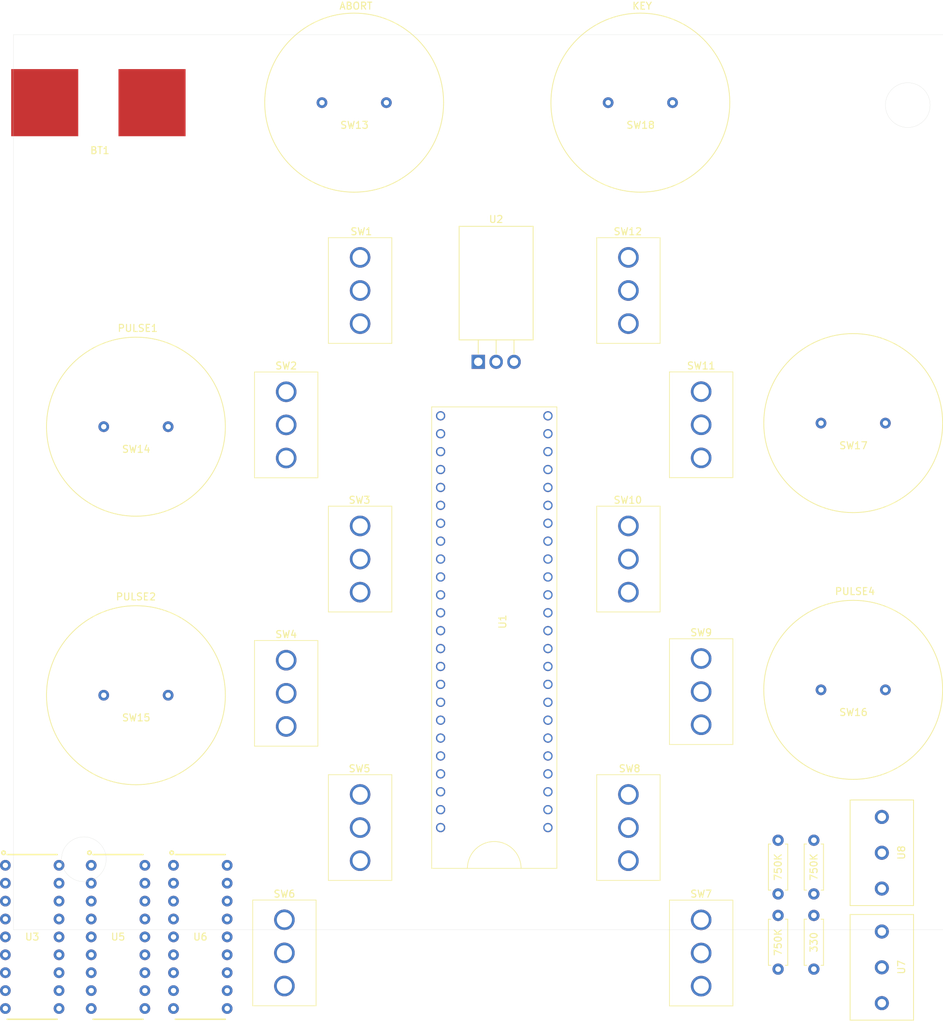
<source format=kicad_pcb>
(kicad_pcb (version 20171130) (host pcbnew "(5.1.9-0-10_14)")

  (general
    (thickness 1.6)
    (drawings 11)
    (tracks 0)
    (zones 0)
    (modules 30)
    (nets 60)
  )

  (page A4)
  (title_block
    (date 2020-09-20)
    (rev Launchbox)
    (company v01)
    (comment 4 "Author: Ankit Khandelwal")
  )

  (layers
    (0 F.Cu signal)
    (31 B.Cu signal)
    (32 B.Adhes user)
    (33 F.Adhes user)
    (34 B.Paste user)
    (35 F.Paste user)
    (36 B.SilkS user)
    (37 F.SilkS user)
    (38 B.Mask user)
    (39 F.Mask user)
    (40 Dwgs.User user)
    (41 Cmts.User user)
    (42 Eco1.User user)
    (43 Eco2.User user)
    (44 Edge.Cuts user hide)
    (45 Margin user)
    (46 B.CrtYd user)
    (47 F.CrtYd user)
    (48 B.Fab user)
    (49 F.Fab user)
  )

  (setup
    (last_trace_width 0.25)
    (user_trace_width 0.508)
    (trace_clearance 0.2)
    (zone_clearance 0.508)
    (zone_45_only no)
    (trace_min 0.2)
    (via_size 0.8)
    (via_drill 0.4)
    (via_min_size 0.4)
    (via_min_drill 0.3)
    (uvia_size 0.3)
    (uvia_drill 0.1)
    (uvias_allowed no)
    (uvia_min_size 0.2)
    (uvia_min_drill 0.1)
    (edge_width 0.05)
    (segment_width 0.2)
    (pcb_text_width 0.3)
    (pcb_text_size 1.5 1.5)
    (mod_edge_width 0.12)
    (mod_text_size 1 1)
    (mod_text_width 0.15)
    (pad_size 1.524 1.524)
    (pad_drill 0.762)
    (pad_to_mask_clearance 0.0508)
    (aux_axis_origin 0 0)
    (visible_elements 7FFFF7FF)
    (pcbplotparams
      (layerselection 0x010f0_ffffffff)
      (usegerberextensions false)
      (usegerberattributes false)
      (usegerberadvancedattributes false)
      (creategerberjobfile false)
      (excludeedgelayer true)
      (linewidth 0.100000)
      (plotframeref false)
      (viasonmask false)
      (mode 1)
      (useauxorigin false)
      (hpglpennumber 1)
      (hpglpenspeed 20)
      (hpglpendiameter 15.000000)
      (psnegative false)
      (psa4output false)
      (plotreference true)
      (plotvalue false)
      (plotinvisibletext false)
      (padsonsilk true)
      (subtractmaskfromsilk false)
      (outputformat 1)
      (mirror false)
      (drillshape 0)
      (scaleselection 1)
      (outputdirectory "gerbers/"))
  )

  (net 0 "")
  (net 1 GND)
  (net 2 "Net-(SW1-Pad1)")
  (net 3 "Net-(SW1-Pad3)")
  (net 4 "Net-(SW2-Pad1)")
  (net 5 "Net-(SW2-Pad3)")
  (net 6 "Net-(SW3-Pad3)")
  (net 7 "Net-(SW3-Pad1)")
  (net 8 "Net-(SW4-Pad1)")
  (net 9 "Net-(SW4-Pad3)")
  (net 10 "Net-(SW6-Pad1)")
  (net 11 "Net-(SW6-Pad3)")
  (net 12 "Net-(SW7-Pad3)")
  (net 13 "Net-(SW7-Pad1)")
  (net 14 "Net-(SW8-Pad1)")
  (net 15 "Net-(SW8-Pad3)")
  (net 16 "Net-(SW9-Pad3)")
  (net 17 "Net-(SW9-Pad1)")
  (net 18 "Net-(SW10-Pad3)")
  (net 19 "Net-(SW10-Pad1)")
  (net 20 "Net-(SW11-Pad1)")
  (net 21 "Net-(SW11-Pad3)")
  (net 22 "Net-(SW12-Pad1)")
  (net 23 "Net-(SW12-Pad3)")
  (net 24 "Net-(SW13-Pad1)")
  (net 25 "Net-(SW14-Pad2)")
  (net 26 "Net-(SW15-Pad2)")
  (net 27 "Net-(SW16-Pad2)")
  (net 28 "Net-(SW17-Pad2)")
  (net 29 "Net-(U1-Pad47)")
  (net 30 "Net-(U1-Pad33)")
  (net 31 "Net-(U1-Pad34)")
  (net 32 "Net-(U1-Pad13)")
  (net 33 "Net-(U1-Pad14)")
  (net 34 "Net-(U1-Pad15)")
  (net 35 "Net-(U1-Pad16)")
  (net 36 "Net-(U1-Pad17)")
  (net 37 "Net-(U1-Pad18)")
  (net 38 "Net-(U1-Pad19)")
  (net 39 "Net-(U1-Pad20)")
  (net 40 "Net-(U1-Pad21)")
  (net 41 "Net-(U1-Pad22)")
  (net 42 "Net-(U1-Pad23)")
  (net 43 "Net-(U1-Pad42)")
  (net 44 "Net-(U1-Pad41)")
  (net 45 "Net-(SW5-Pad1)")
  (net 46 "Net-(SW5-Pad3)")
  (net 47 "Net-(SW13-Pad2)")
  (net 48 VCC)
  (net 49 "Net-(R1-Pad2)")
  (net 50 "Net-(R1-Pad1)")
  (net 51 "Net-(R2-Pad2)")
  (net 52 "Net-(R2-Pad1)")
  (net 53 "Net-(R3-Pad2)")
  (net 54 "Net-(R3-Pad1)")
  (net 55 "Net-(R4-Pad2)")
  (net 56 "Net-(U3-Pad17)")
  (net 57 "Net-(U5-Pad17)")
  (net 58 "Net-(U6-Pad17)")
  (net 59 "Net-(U8-Pad3)")

  (net_class Default "This is the default net class."
    (clearance 0.2)
    (trace_width 0.25)
    (via_dia 0.8)
    (via_drill 0.4)
    (uvia_dia 0.3)
    (uvia_drill 0.1)
    (add_net GND)
    (add_net "Net-(R1-Pad1)")
    (add_net "Net-(R1-Pad2)")
    (add_net "Net-(R2-Pad1)")
    (add_net "Net-(R2-Pad2)")
    (add_net "Net-(R3-Pad1)")
    (add_net "Net-(R3-Pad2)")
    (add_net "Net-(R4-Pad2)")
    (add_net "Net-(SW1-Pad1)")
    (add_net "Net-(SW1-Pad3)")
    (add_net "Net-(SW10-Pad1)")
    (add_net "Net-(SW10-Pad3)")
    (add_net "Net-(SW11-Pad1)")
    (add_net "Net-(SW11-Pad3)")
    (add_net "Net-(SW12-Pad1)")
    (add_net "Net-(SW12-Pad3)")
    (add_net "Net-(SW13-Pad1)")
    (add_net "Net-(SW13-Pad2)")
    (add_net "Net-(SW14-Pad2)")
    (add_net "Net-(SW15-Pad2)")
    (add_net "Net-(SW16-Pad2)")
    (add_net "Net-(SW17-Pad2)")
    (add_net "Net-(SW2-Pad1)")
    (add_net "Net-(SW2-Pad3)")
    (add_net "Net-(SW3-Pad1)")
    (add_net "Net-(SW3-Pad3)")
    (add_net "Net-(SW4-Pad1)")
    (add_net "Net-(SW4-Pad3)")
    (add_net "Net-(SW5-Pad1)")
    (add_net "Net-(SW5-Pad3)")
    (add_net "Net-(SW6-Pad1)")
    (add_net "Net-(SW6-Pad3)")
    (add_net "Net-(SW7-Pad1)")
    (add_net "Net-(SW7-Pad3)")
    (add_net "Net-(SW8-Pad1)")
    (add_net "Net-(SW8-Pad3)")
    (add_net "Net-(SW9-Pad1)")
    (add_net "Net-(SW9-Pad3)")
    (add_net "Net-(U1-Pad13)")
    (add_net "Net-(U1-Pad14)")
    (add_net "Net-(U1-Pad15)")
    (add_net "Net-(U1-Pad16)")
    (add_net "Net-(U1-Pad17)")
    (add_net "Net-(U1-Pad18)")
    (add_net "Net-(U1-Pad19)")
    (add_net "Net-(U1-Pad20)")
    (add_net "Net-(U1-Pad21)")
    (add_net "Net-(U1-Pad22)")
    (add_net "Net-(U1-Pad23)")
    (add_net "Net-(U1-Pad33)")
    (add_net "Net-(U1-Pad34)")
    (add_net "Net-(U1-Pad41)")
    (add_net "Net-(U1-Pad42)")
    (add_net "Net-(U1-Pad47)")
    (add_net "Net-(U3-Pad17)")
    (add_net "Net-(U5-Pad17)")
    (add_net "Net-(U6-Pad17)")
    (add_net "Net-(U8-Pad3)")
    (add_net VCC)
  )

  (module Launchbox:Pushbutton (layer F.Cu) (tedit 6015C428) (tstamp 60161BB4)
    (at 163.068 90.678)
    (path /5F6D96EF)
    (fp_text reference SW17 (at 0.04064 3.19024) (layer F.SilkS)
      (effects (font (size 1 1) (thickness 0.15)))
    )
    (fp_text value SW_Push (at 0.0254 -3.6068) (layer F.Fab)
      (effects (font (size 1 1) (thickness 0.15)))
    )
    (fp_circle (center 0 0) (end 12.7 0) (layer F.SilkS) (width 0.12))
    (pad 2 thru_hole circle (at 4.572 0) (size 1.524 1.524) (drill 0.762) (layers *.Cu *.Mask)
      (net 28 "Net-(SW17-Pad2)"))
    (pad 1 thru_hole circle (at -4.572 0) (size 1.524 1.524) (drill 0.762) (layers *.Cu *.Mask)
      (net 24 "Net-(SW13-Pad1)"))
  )

  (module Package_TO_SOT_THT:TO-220F-3_Horizontal_TabDown (layer F.Cu) (tedit 5AC8BA0D) (tstamp 5F67F735)
    (at 109.822 81.982)
    (descr "TO-220F-3, Horizontal, RM 2.54mm, see http://www.st.com/resource/en/datasheet/stp20nm60.pdf")
    (tags "TO-220F-3 Horizontal RM 2.54mm")
    (path /5F667F69)
    (fp_text reference U2 (at 2.54 -20.22) (layer F.SilkS)
      (effects (font (size 1 1) (thickness 0.15)))
    )
    (fp_text value L7805 (at 2.54 2) (layer F.Fab)
      (effects (font (size 1 1) (thickness 0.15)))
    )
    (fp_line (start 7.92 -19.35) (end -2.84 -19.35) (layer F.CrtYd) (width 0.05))
    (fp_line (start 7.92 1.25) (end 7.92 -19.35) (layer F.CrtYd) (width 0.05))
    (fp_line (start -2.84 1.25) (end 7.92 1.25) (layer F.CrtYd) (width 0.05))
    (fp_line (start -2.84 -19.35) (end -2.84 1.25) (layer F.CrtYd) (width 0.05))
    (fp_line (start 5.08 -3.11) (end 5.08 -1.15) (layer F.SilkS) (width 0.12))
    (fp_line (start 2.54 -3.11) (end 2.54 -1.15) (layer F.SilkS) (width 0.12))
    (fp_line (start 0 -3.11) (end 0 -1.15) (layer F.SilkS) (width 0.12))
    (fp_line (start 7.79 -19.22) (end 7.79 -3.11) (layer F.SilkS) (width 0.12))
    (fp_line (start -2.71 -19.22) (end -2.71 -3.11) (layer F.SilkS) (width 0.12))
    (fp_line (start -2.71 -19.22) (end 7.79 -19.22) (layer F.SilkS) (width 0.12))
    (fp_line (start -2.71 -3.11) (end 7.79 -3.11) (layer F.SilkS) (width 0.12))
    (fp_line (start 5.08 -3.23) (end 5.08 0) (layer F.Fab) (width 0.1))
    (fp_line (start 2.54 -3.23) (end 2.54 0) (layer F.Fab) (width 0.1))
    (fp_line (start 0 -3.23) (end 0 0) (layer F.Fab) (width 0.1))
    (fp_line (start 7.67 -3.23) (end -2.59 -3.23) (layer F.Fab) (width 0.1))
    (fp_line (start 7.67 -12.42) (end 7.67 -3.23) (layer F.Fab) (width 0.1))
    (fp_line (start -2.59 -12.42) (end 7.67 -12.42) (layer F.Fab) (width 0.1))
    (fp_line (start -2.59 -3.23) (end -2.59 -12.42) (layer F.Fab) (width 0.1))
    (fp_line (start 7.67 -12.42) (end -2.59 -12.42) (layer F.Fab) (width 0.1))
    (fp_line (start 7.67 -19.1) (end 7.67 -12.42) (layer F.Fab) (width 0.1))
    (fp_line (start -2.59 -19.1) (end 7.67 -19.1) (layer F.Fab) (width 0.1))
    (fp_line (start -2.59 -12.42) (end -2.59 -19.1) (layer F.Fab) (width 0.1))
    (fp_circle (center 2.54 -15.8) (end 4.39 -15.8) (layer F.Fab) (width 0.1))
    (fp_text user %R (at 2.54 -20.22) (layer F.Fab)
      (effects (font (size 1 1) (thickness 0.15)))
    )
    (pad "" np_thru_hole oval (at 2.54 -15.8) (size 3.5 3.5) (drill 3.5) (layers *.Cu *.Mask))
    (pad 1 thru_hole rect (at 0 0) (size 1.905 2) (drill 1.2) (layers *.Cu *.Mask)
      (net 48 VCC))
    (pad 2 thru_hole oval (at 2.54 0) (size 1.905 2) (drill 1.2) (layers *.Cu *.Mask)
      (net 1 GND))
    (pad 3 thru_hole oval (at 5.08 0) (size 1.905 2) (drill 1.2) (layers *.Cu *.Mask)
      (net 24 "Net-(SW13-Pad1)"))
    (model ${KISYS3DMOD}/Package_TO_SOT_THT.3dshapes/TO-220F-3_Horizontal_TabDown.wrl
      (at (xyz 0 0 0))
      (scale (xyz 1 1 1))
      (rotate (xyz 0 0 0))
    )
  )

  (module Launchbox:SPDT_Slide_Switch (layer F.Cu) (tedit 6015C745) (tstamp 601618AA)
    (at 93.047 71.867 270)
    (path /5F604B13)
    (fp_text reference SW1 (at -8.367 -0.171 180) (layer F.SilkS)
      (effects (font (size 1 1) (thickness 0.15)))
    )
    (fp_text value SW_SPDT_MSM (at -0.239 -2.965 90) (layer F.Fab)
      (effects (font (size 1 1) (thickness 0.15)))
    )
    (fp_line (start 7.5 4.5) (end 7.5 -4.5) (layer F.SilkS) (width 0.1016))
    (fp_line (start -7.5 -4.5) (end 7.5 -4.5) (layer F.SilkS) (width 0.1016))
    (fp_line (start -7.5 4.5) (end -7.5 -4.5) (layer F.SilkS) (width 0.1016))
    (fp_line (start -7.5 4.5) (end 7.5 4.5) (layer F.SilkS) (width 0.1016))
    (pad 3 thru_hole circle (at 4.699 0 270) (size 2.921 2.921) (drill 2.159) (layers *.Cu *.Mask)
      (net 3 "Net-(SW1-Pad3)"))
    (pad 2 thru_hole circle (at 0 0 270) (size 2.921 2.921) (drill 2.159) (layers *.Cu *.Mask)
      (net 1 GND))
    (pad 1 thru_hole circle (at -4.699 0 270) (size 2.921 2.921) (drill 2.159) (layers *.Cu *.Mask)
      (net 2 "Net-(SW1-Pad1)"))
  )

  (module Resistor_THT:R_Axial_DIN0207_L6.3mm_D2.5mm_P7.62mm_Horizontal (layer F.Cu) (tedit 5AE5139B) (tstamp 601627FD)
    (at 157.48 168.148 90)
    (descr "Resistor, Axial_DIN0207 series, Axial, Horizontal, pin pitch=7.62mm, 0.25W = 1/4W, length*diameter=6.3*2.5mm^2, http://cdn-reichelt.de/documents/datenblatt/B400/1_4W%23YAG.pdf")
    (tags "Resistor Axial_DIN0207 series Axial Horizontal pin pitch 7.62mm 0.25W = 1/4W length 6.3mm diameter 2.5mm")
    (path /60394DF1)
    (fp_text reference 330 (at 3.81 0 90) (layer F.SilkS)
      (effects (font (size 1 1) (thickness 0.15)))
    )
    (fp_text value R_US (at 3.81 2.37 90) (layer F.Fab)
      (effects (font (size 1 1) (thickness 0.15)))
    )
    (fp_line (start 0.66 -1.25) (end 0.66 1.25) (layer F.Fab) (width 0.1))
    (fp_line (start 0.66 1.25) (end 6.96 1.25) (layer F.Fab) (width 0.1))
    (fp_line (start 6.96 1.25) (end 6.96 -1.25) (layer F.Fab) (width 0.1))
    (fp_line (start 6.96 -1.25) (end 0.66 -1.25) (layer F.Fab) (width 0.1))
    (fp_line (start 0 0) (end 0.66 0) (layer F.Fab) (width 0.1))
    (fp_line (start 7.62 0) (end 6.96 0) (layer F.Fab) (width 0.1))
    (fp_line (start 0.54 -1.04) (end 0.54 -1.37) (layer F.SilkS) (width 0.12))
    (fp_line (start 0.54 -1.37) (end 7.08 -1.37) (layer F.SilkS) (width 0.12))
    (fp_line (start 7.08 -1.37) (end 7.08 -1.04) (layer F.SilkS) (width 0.12))
    (fp_line (start 0.54 1.04) (end 0.54 1.37) (layer F.SilkS) (width 0.12))
    (fp_line (start 0.54 1.37) (end 7.08 1.37) (layer F.SilkS) (width 0.12))
    (fp_line (start 7.08 1.37) (end 7.08 1.04) (layer F.SilkS) (width 0.12))
    (fp_line (start -1.05 -1.5) (end -1.05 1.5) (layer F.CrtYd) (width 0.05))
    (fp_line (start -1.05 1.5) (end 8.67 1.5) (layer F.CrtYd) (width 0.05))
    (fp_line (start 8.67 1.5) (end 8.67 -1.5) (layer F.CrtYd) (width 0.05))
    (fp_line (start 8.67 -1.5) (end -1.05 -1.5) (layer F.CrtYd) (width 0.05))
    (fp_text user %R (at 3.81 0 90) (layer F.Fab)
      (effects (font (size 1 1) (thickness 0.15)))
    )
    (pad 2 thru_hole oval (at 7.62 0 90) (size 1.6 1.6) (drill 0.8) (layers *.Cu *.Mask)
      (net 55 "Net-(R4-Pad2)"))
    (pad 1 thru_hole circle (at 0 0 90) (size 1.6 1.6) (drill 0.8) (layers *.Cu *.Mask)
      (net 1 GND))
    (model ${KISYS3DMOD}/Resistor_THT.3dshapes/R_Axial_DIN0207_L6.3mm_D2.5mm_P7.62mm_Horizontal.wrl
      (at (xyz 0 0 0))
      (scale (xyz 1 1 1))
      (rotate (xyz 0 0 0))
    )
  )

  (module Resistor_THT:R_Axial_DIN0207_L6.3mm_D2.5mm_P7.62mm_Horizontal (layer F.Cu) (tedit 5AE5139B) (tstamp 601628E5)
    (at 152.4 168.148 90)
    (descr "Resistor, Axial_DIN0207 series, Axial, Horizontal, pin pitch=7.62mm, 0.25W = 1/4W, length*diameter=6.3*2.5mm^2, http://cdn-reichelt.de/documents/datenblatt/B400/1_4W%23YAG.pdf")
    (tags "Resistor Axial_DIN0207 series Axial Horizontal pin pitch 7.62mm 0.25W = 1/4W length 6.3mm diameter 2.5mm")
    (path /602D2FBA)
    (fp_text reference 750K (at 3.81 0 90) (layer F.SilkS)
      (effects (font (size 1 1) (thickness 0.15)))
    )
    (fp_text value R_US (at 3.81 -2.286 90) (layer F.Fab)
      (effects (font (size 1 1) (thickness 0.15)))
    )
    (fp_line (start 0.66 -1.25) (end 0.66 1.25) (layer F.Fab) (width 0.1))
    (fp_line (start 0.66 1.25) (end 6.96 1.25) (layer F.Fab) (width 0.1))
    (fp_line (start 6.96 1.25) (end 6.96 -1.25) (layer F.Fab) (width 0.1))
    (fp_line (start 6.96 -1.25) (end 0.66 -1.25) (layer F.Fab) (width 0.1))
    (fp_line (start 0 0) (end 0.66 0) (layer F.Fab) (width 0.1))
    (fp_line (start 7.62 0) (end 6.96 0) (layer F.Fab) (width 0.1))
    (fp_line (start 0.54 -1.04) (end 0.54 -1.37) (layer F.SilkS) (width 0.12))
    (fp_line (start 0.54 -1.37) (end 7.08 -1.37) (layer F.SilkS) (width 0.12))
    (fp_line (start 7.08 -1.37) (end 7.08 -1.04) (layer F.SilkS) (width 0.12))
    (fp_line (start 0.54 1.04) (end 0.54 1.37) (layer F.SilkS) (width 0.12))
    (fp_line (start 0.54 1.37) (end 7.08 1.37) (layer F.SilkS) (width 0.12))
    (fp_line (start 7.08 1.37) (end 7.08 1.04) (layer F.SilkS) (width 0.12))
    (fp_line (start -1.05 -1.5) (end -1.05 1.5) (layer F.CrtYd) (width 0.05))
    (fp_line (start -1.05 1.5) (end 8.67 1.5) (layer F.CrtYd) (width 0.05))
    (fp_line (start 8.67 1.5) (end 8.67 -1.5) (layer F.CrtYd) (width 0.05))
    (fp_line (start 8.67 -1.5) (end -1.05 -1.5) (layer F.CrtYd) (width 0.05))
    (fp_text user %R (at 3.81 0 90) (layer F.Fab)
      (effects (font (size 1 1) (thickness 0.15)))
    )
    (pad 2 thru_hole oval (at 7.62 0 90) (size 1.6 1.6) (drill 0.8) (layers *.Cu *.Mask)
      (net 53 "Net-(R3-Pad2)"))
    (pad 1 thru_hole circle (at 0 0 90) (size 1.6 1.6) (drill 0.8) (layers *.Cu *.Mask)
      (net 54 "Net-(R3-Pad1)"))
    (model ${KISYS3DMOD}/Resistor_THT.3dshapes/R_Axial_DIN0207_L6.3mm_D2.5mm_P7.62mm_Horizontal.wrl
      (at (xyz 0 0 0))
      (scale (xyz 1 1 1))
      (rotate (xyz 0 0 0))
    )
  )

  (module Resistor_THT:R_Axial_DIN0207_L6.3mm_D2.5mm_P7.62mm_Horizontal (layer F.Cu) (tedit 5AE5139B) (tstamp 60162735)
    (at 157.48 157.48 90)
    (descr "Resistor, Axial_DIN0207 series, Axial, Horizontal, pin pitch=7.62mm, 0.25W = 1/4W, length*diameter=6.3*2.5mm^2, http://cdn-reichelt.de/documents/datenblatt/B400/1_4W%23YAG.pdf")
    (tags "Resistor Axial_DIN0207 series Axial Horizontal pin pitch 7.62mm 0.25W = 1/4W length 6.3mm diameter 2.5mm")
    (path /6023ECFC)
    (fp_text reference 750K (at 3.81 0 90) (layer F.SilkS)
      (effects (font (size 1 1) (thickness 0.15)))
    )
    (fp_text value R_US (at 3.81 2.37 90) (layer F.Fab)
      (effects (font (size 1 1) (thickness 0.15)))
    )
    (fp_line (start 0.66 -1.25) (end 0.66 1.25) (layer F.Fab) (width 0.1))
    (fp_line (start 0.66 1.25) (end 6.96 1.25) (layer F.Fab) (width 0.1))
    (fp_line (start 6.96 1.25) (end 6.96 -1.25) (layer F.Fab) (width 0.1))
    (fp_line (start 6.96 -1.25) (end 0.66 -1.25) (layer F.Fab) (width 0.1))
    (fp_line (start 0 0) (end 0.66 0) (layer F.Fab) (width 0.1))
    (fp_line (start 7.62 0) (end 6.96 0) (layer F.Fab) (width 0.1))
    (fp_line (start 0.54 -1.04) (end 0.54 -1.37) (layer F.SilkS) (width 0.12))
    (fp_line (start 0.54 -1.37) (end 7.08 -1.37) (layer F.SilkS) (width 0.12))
    (fp_line (start 7.08 -1.37) (end 7.08 -1.04) (layer F.SilkS) (width 0.12))
    (fp_line (start 0.54 1.04) (end 0.54 1.37) (layer F.SilkS) (width 0.12))
    (fp_line (start 0.54 1.37) (end 7.08 1.37) (layer F.SilkS) (width 0.12))
    (fp_line (start 7.08 1.37) (end 7.08 1.04) (layer F.SilkS) (width 0.12))
    (fp_line (start -1.05 -1.5) (end -1.05 1.5) (layer F.CrtYd) (width 0.05))
    (fp_line (start -1.05 1.5) (end 8.67 1.5) (layer F.CrtYd) (width 0.05))
    (fp_line (start 8.67 1.5) (end 8.67 -1.5) (layer F.CrtYd) (width 0.05))
    (fp_line (start 8.67 -1.5) (end -1.05 -1.5) (layer F.CrtYd) (width 0.05))
    (fp_text user %R (at 3.81 0 90) (layer F.Fab)
      (effects (font (size 1 1) (thickness 0.15)))
    )
    (pad 2 thru_hole oval (at 7.62 0 90) (size 1.6 1.6) (drill 0.8) (layers *.Cu *.Mask)
      (net 51 "Net-(R2-Pad2)"))
    (pad 1 thru_hole circle (at 0 0 90) (size 1.6 1.6) (drill 0.8) (layers *.Cu *.Mask)
      (net 52 "Net-(R2-Pad1)"))
    (model ${KISYS3DMOD}/Resistor_THT.3dshapes/R_Axial_DIN0207_L6.3mm_D2.5mm_P7.62mm_Horizontal.wrl
      (at (xyz 0 0 0))
      (scale (xyz 1 1 1))
      (rotate (xyz 0 0 0))
    )
  )

  (module Resistor_THT:R_Axial_DIN0207_L6.3mm_D2.5mm_P7.62mm_Horizontal (layer F.Cu) (tedit 5AE5139B) (tstamp 6016266D)
    (at 152.4 149.86 270)
    (descr "Resistor, Axial_DIN0207 series, Axial, Horizontal, pin pitch=7.62mm, 0.25W = 1/4W, length*diameter=6.3*2.5mm^2, http://cdn-reichelt.de/documents/datenblatt/B400/1_4W%23YAG.pdf")
    (tags "Resistor Axial_DIN0207 series Axial Horizontal pin pitch 7.62mm 0.25W = 1/4W length 6.3mm diameter 2.5mm")
    (path /602634CC)
    (fp_text reference 750K (at 3.81 0 90) (layer F.SilkS)
      (effects (font (size 1 1) (thickness 0.15)))
    )
    (fp_text value R_US (at 3.81 2.37 90) (layer F.Fab)
      (effects (font (size 1 1) (thickness 0.15)))
    )
    (fp_line (start 0.66 -1.25) (end 0.66 1.25) (layer F.Fab) (width 0.1))
    (fp_line (start 0.66 1.25) (end 6.96 1.25) (layer F.Fab) (width 0.1))
    (fp_line (start 6.96 1.25) (end 6.96 -1.25) (layer F.Fab) (width 0.1))
    (fp_line (start 6.96 -1.25) (end 0.66 -1.25) (layer F.Fab) (width 0.1))
    (fp_line (start 0 0) (end 0.66 0) (layer F.Fab) (width 0.1))
    (fp_line (start 7.62 0) (end 6.96 0) (layer F.Fab) (width 0.1))
    (fp_line (start 0.54 -1.04) (end 0.54 -1.37) (layer F.SilkS) (width 0.12))
    (fp_line (start 0.54 -1.37) (end 7.08 -1.37) (layer F.SilkS) (width 0.12))
    (fp_line (start 7.08 -1.37) (end 7.08 -1.04) (layer F.SilkS) (width 0.12))
    (fp_line (start 0.54 1.04) (end 0.54 1.37) (layer F.SilkS) (width 0.12))
    (fp_line (start 0.54 1.37) (end 7.08 1.37) (layer F.SilkS) (width 0.12))
    (fp_line (start 7.08 1.37) (end 7.08 1.04) (layer F.SilkS) (width 0.12))
    (fp_line (start -1.05 -1.5) (end -1.05 1.5) (layer F.CrtYd) (width 0.05))
    (fp_line (start -1.05 1.5) (end 8.67 1.5) (layer F.CrtYd) (width 0.05))
    (fp_line (start 8.67 1.5) (end 8.67 -1.5) (layer F.CrtYd) (width 0.05))
    (fp_line (start 8.67 -1.5) (end -1.05 -1.5) (layer F.CrtYd) (width 0.05))
    (fp_text user %R (at 3.81 0 90) (layer F.Fab)
      (effects (font (size 1 1) (thickness 0.15)))
    )
    (pad 2 thru_hole oval (at 7.62 0 270) (size 1.6 1.6) (drill 0.8) (layers *.Cu *.Mask)
      (net 49 "Net-(R1-Pad2)"))
    (pad 1 thru_hole circle (at 0 0 270) (size 1.6 1.6) (drill 0.8) (layers *.Cu *.Mask)
      (net 50 "Net-(R1-Pad1)"))
    (model ${KISYS3DMOD}/Resistor_THT.3dshapes/R_Axial_DIN0207_L6.3mm_D2.5mm_P7.62mm_Horizontal.wrl
      (at (xyz 0 0 0))
      (scale (xyz 1 1 1))
      (rotate (xyz 0 0 0))
    )
  )

  (module Launchbox:HT12E (layer F.Cu) (tedit 60156723) (tstamp 60162452)
    (at 58.674 163.576 270)
    (path /6039C81C)
    (fp_text reference U5 (at 0 0 180) (layer F.SilkS)
      (effects (font (size 1 1) (thickness 0.15)))
    )
    (fp_text value HT12E (at 1.778 -0.254 180) (layer F.Fab)
      (effects (font (size 1 1) (thickness 0.15)))
    )
    (fp_arc (start -11.684 0) (end -11.684 -1.27) (angle 180) (layer F.Fab) (width 0.1016))
    (fp_line (start 11.684 3.556) (end 11.684 -3.556) (layer F.Fab) (width 0.1016))
    (fp_line (start -11.684 3.556) (end -11.684 -3.556) (layer F.Fab) (width 0.1016))
    (fp_line (start 11.684 3.556) (end -11.684 3.556) (layer F.Fab) (width 0.1016))
    (fp_line (start 11.684 -3.556) (end -11.684 -3.556) (layer F.Fab) (width 0.1016))
    (fp_line (start -11.684 -3.556) (end -11.684 3.556) (layer F.SilkS) (width 0.2032))
    (fp_line (start 11.684 -3.556) (end 11.684 3.556) (layer F.SilkS) (width 0.2032))
    (fp_circle (center -11.938 4.064) (end -11.684 4.064) (layer F.SilkS) (width 0.2032))
    (pad 17 thru_hole circle (at -7.62 -3.81 270) (size 1.524 1.524) (drill 0.762) (layers *.Cu *.Mask)
      (net 57 "Net-(U5-Pad17)"))
    (pad 12 thru_hole circle (at 5.08 -3.81 270) (size 1.524 1.524) (drill 0.762) (layers *.Cu *.Mask)
      (net 36 "Net-(U1-Pad17)"))
    (pad 11 thru_hole circle (at 7.62 -3.81 270) (size 1.524 1.524) (drill 0.762) (layers *.Cu *.Mask)
      (net 37 "Net-(U1-Pad18)"))
    (pad 18 thru_hole circle (at -10.16 -3.81 270) (size 1.524 1.524) (drill 0.762) (layers *.Cu *.Mask)
      (net 48 VCC))
    (pad 16 thru_hole circle (at -5.08 -3.81 270) (size 1.524 1.524) (drill 0.762) (layers *.Cu *.Mask)
      (net 52 "Net-(R2-Pad1)"))
    (pad 13 thru_hole circle (at 2.54 -3.81 270) (size 1.524 1.524) (drill 0.762) (layers *.Cu *.Mask)
      (net 35 "Net-(U1-Pad16)"))
    (pad 14 thru_hole circle (at 0 -3.81 270) (size 1.524 1.524) (drill 0.762) (layers *.Cu *.Mask)
      (net 1 GND))
    (pad 15 thru_hole circle (at -2.54 -3.81 270) (size 1.524 1.524) (drill 0.762) (layers *.Cu *.Mask)
      (net 51 "Net-(R2-Pad2)"))
    (pad 10 thru_hole circle (at 10.16 -3.81 270) (size 1.524 1.524) (drill 0.762) (layers *.Cu *.Mask)
      (net 38 "Net-(U1-Pad19)"))
    (pad 9 thru_hole circle (at 10.16 3.81 270) (size 1.524 1.524) (drill 0.762) (layers *.Cu *.Mask)
      (net 1 GND))
    (pad 8 thru_hole circle (at 7.62 3.81 270) (size 1.524 1.524) (drill 0.762) (layers *.Cu *.Mask)
      (net 1 GND))
    (pad 7 thru_hole circle (at 5.08 3.81 270) (size 1.524 1.524) (drill 0.762) (layers *.Cu *.Mask)
      (net 1 GND))
    (pad 6 thru_hole circle (at 2.54 3.81 270) (size 1.524 1.524) (drill 0.762) (layers *.Cu *.Mask)
      (net 1 GND))
    (pad 5 thru_hole circle (at 0 3.81 270) (size 1.524 1.524) (drill 0.762) (layers *.Cu *.Mask)
      (net 1 GND))
    (pad 4 thru_hole circle (at -2.54 3.81 270) (size 1.524 1.524) (drill 0.762) (layers *.Cu *.Mask)
      (net 1 GND))
    (pad 3 thru_hole circle (at -5.08 3.81 270) (size 1.524 1.524) (drill 0.762) (layers *.Cu *.Mask)
      (net 1 GND))
    (pad 2 thru_hole circle (at -7.62 3.81 270) (size 1.524 1.524) (drill 0.762) (layers *.Cu *.Mask)
      (net 1 GND))
    (pad 1 thru_hole circle (at -10.16 3.81 270) (size 1.524 1.524) (drill 0.762) (layers *.Cu *.Mask)
      (net 1 GND))
  )

  (module Launchbox:HT12E (layer F.Cu) (tedit 60156723) (tstamp 6015CE28)
    (at 46.482 163.576 270)
    (path /60317FE6)
    (fp_text reference U3 (at 0 0 180) (layer F.SilkS)
      (effects (font (size 1 1) (thickness 0.15)))
    )
    (fp_text value HT12E (at 1.778 0 180) (layer F.Fab)
      (effects (font (size 1 1) (thickness 0.15)))
    )
    (fp_arc (start -11.684 0) (end -11.684 -1.27) (angle 180) (layer F.Fab) (width 0.1016))
    (fp_line (start 11.684 3.556) (end 11.684 -3.556) (layer F.Fab) (width 0.1016))
    (fp_line (start -11.684 3.556) (end -11.684 -3.556) (layer F.Fab) (width 0.1016))
    (fp_line (start 11.684 3.556) (end -11.684 3.556) (layer F.Fab) (width 0.1016))
    (fp_line (start 11.684 -3.556) (end -11.684 -3.556) (layer F.Fab) (width 0.1016))
    (fp_line (start -11.684 -3.556) (end -11.684 3.556) (layer F.SilkS) (width 0.2032))
    (fp_line (start 11.684 -3.556) (end 11.684 3.556) (layer F.SilkS) (width 0.2032))
    (fp_circle (center -11.938 4.064) (end -11.684 4.064) (layer F.SilkS) (width 0.2032))
    (pad 17 thru_hole circle (at -7.62 -3.81 270) (size 1.524 1.524) (drill 0.762) (layers *.Cu *.Mask)
      (net 56 "Net-(U3-Pad17)"))
    (pad 12 thru_hole circle (at 5.08 -3.81 270) (size 1.524 1.524) (drill 0.762) (layers *.Cu *.Mask)
      (net 40 "Net-(U1-Pad21)"))
    (pad 11 thru_hole circle (at 7.62 -3.81 270) (size 1.524 1.524) (drill 0.762) (layers *.Cu *.Mask)
      (net 41 "Net-(U1-Pad22)"))
    (pad 18 thru_hole circle (at -10.16 -3.81 270) (size 1.524 1.524) (drill 0.762) (layers *.Cu *.Mask)
      (net 48 VCC))
    (pad 16 thru_hole circle (at -5.08 -3.81 270) (size 1.524 1.524) (drill 0.762) (layers *.Cu *.Mask)
      (net 50 "Net-(R1-Pad1)"))
    (pad 13 thru_hole circle (at 2.54 -3.81 270) (size 1.524 1.524) (drill 0.762) (layers *.Cu *.Mask)
      (net 39 "Net-(U1-Pad20)"))
    (pad 14 thru_hole circle (at 0 -3.81 270) (size 1.524 1.524) (drill 0.762) (layers *.Cu *.Mask)
      (net 1 GND))
    (pad 15 thru_hole circle (at -2.54 -3.81 270) (size 1.524 1.524) (drill 0.762) (layers *.Cu *.Mask)
      (net 49 "Net-(R1-Pad2)"))
    (pad 10 thru_hole circle (at 10.16 -3.81 270) (size 1.524 1.524) (drill 0.762) (layers *.Cu *.Mask)
      (net 42 "Net-(U1-Pad23)"))
    (pad 9 thru_hole circle (at 10.16 3.81 270) (size 1.524 1.524) (drill 0.762) (layers *.Cu *.Mask)
      (net 1 GND))
    (pad 8 thru_hole circle (at 7.62 3.81 270) (size 1.524 1.524) (drill 0.762) (layers *.Cu *.Mask)
      (net 1 GND))
    (pad 7 thru_hole circle (at 5.08 3.81 270) (size 1.524 1.524) (drill 0.762) (layers *.Cu *.Mask)
      (net 1 GND))
    (pad 6 thru_hole circle (at 2.54 3.81 270) (size 1.524 1.524) (drill 0.762) (layers *.Cu *.Mask)
      (net 1 GND))
    (pad 5 thru_hole circle (at 0 3.81 270) (size 1.524 1.524) (drill 0.762) (layers *.Cu *.Mask)
      (net 1 GND))
    (pad 4 thru_hole circle (at -2.54 3.81 270) (size 1.524 1.524) (drill 0.762) (layers *.Cu *.Mask)
      (net 1 GND))
    (pad 3 thru_hole circle (at -5.08 3.81 270) (size 1.524 1.524) (drill 0.762) (layers *.Cu *.Mask)
      (net 1 GND))
    (pad 2 thru_hole circle (at -7.62 3.81 270) (size 1.524 1.524) (drill 0.762) (layers *.Cu *.Mask)
      (net 1 GND))
    (pad 1 thru_hole circle (at -10.16 3.81 270) (size 1.524 1.524) (drill 0.762) (layers *.Cu *.Mask)
      (net 1 GND))
  )

  (module Launchbox:Lipo_Battery_Connector (layer F.Cu) (tedit 5F641BA3) (tstamp 5F67F62E)
    (at 55.88 45.212)
    (path /5F6591D9)
    (fp_text reference BT1 (at 0.21 6.78) (layer F.SilkS)
      (effects (font (size 1 1) (thickness 0.15)))
    )
    (fp_text value Battery_Cell (at 0.08 -7.69) (layer F.Fab)
      (effects (font (size 1 1) (thickness 0.15)))
    )
    (pad 2 smd rect (at 7.62 0) (size 9.525 9.525) (layers F.Cu F.Paste F.Mask)
      (net 1 GND))
    (pad 1 smd rect (at -7.62 0) (size 9.525 9.525) (layers F.Cu F.Paste F.Mask)
      (net 48 VCC))
  )

  (module Launchbox:SPDT_Slide_Switch (layer F.Cu) (tedit 6015C745) (tstamp 6016178F)
    (at 82.296 165.847 270)
    (path /5F64A31F)
    (fp_text reference SW6 (at -8.367 0 180) (layer F.SilkS)
      (effects (font (size 1 1) (thickness 0.15)))
    )
    (fp_text value SW_SPDT_MSM (at -0.0254 -3.048 90) (layer F.Fab)
      (effects (font (size 1 1) (thickness 0.15)))
    )
    (fp_line (start 7.5 4.5) (end 7.5 -4.5) (layer F.SilkS) (width 0.1016))
    (fp_line (start -7.5 -4.5) (end 7.5 -4.5) (layer F.SilkS) (width 0.1016))
    (fp_line (start -7.5 4.5) (end -7.5 -4.5) (layer F.SilkS) (width 0.1016))
    (fp_line (start -7.5 4.5) (end 7.5 4.5) (layer F.SilkS) (width 0.1016))
    (pad 3 thru_hole circle (at 4.699 0 270) (size 2.921 2.921) (drill 2.159) (layers *.Cu *.Mask)
      (net 11 "Net-(SW6-Pad3)"))
    (pad 2 thru_hole circle (at 0 0 270) (size 2.921 2.921) (drill 2.159) (layers *.Cu *.Mask)
      (net 1 GND))
    (pad 1 thru_hole circle (at -4.699 0 270) (size 2.921 2.921) (drill 2.159) (layers *.Cu *.Mask)
      (net 10 "Net-(SW6-Pad1)"))
  )

  (module Launchbox:SPDT_Slide_Switch (layer F.Cu) (tedit 6015C745) (tstamp 60161629)
    (at 131.147 71.867 270)
    (path /5F64A902)
    (fp_text reference SW12 (at -8.367 0.083 180) (layer F.SilkS)
      (effects (font (size 1 1) (thickness 0.15)))
    )
    (fp_text value SW_SPDT_MSM (at -0.0254 -3.219 90) (layer F.Fab)
      (effects (font (size 1 1) (thickness 0.15)))
    )
    (fp_line (start 7.5 4.5) (end 7.5 -4.5) (layer F.SilkS) (width 0.1016))
    (fp_line (start -7.5 -4.5) (end 7.5 -4.5) (layer F.SilkS) (width 0.1016))
    (fp_line (start -7.5 4.5) (end -7.5 -4.5) (layer F.SilkS) (width 0.1016))
    (fp_line (start -7.5 4.5) (end 7.5 4.5) (layer F.SilkS) (width 0.1016))
    (pad 3 thru_hole circle (at 4.699 0 270) (size 2.921 2.921) (drill 2.159) (layers *.Cu *.Mask)
      (net 21 "Net-(SW11-Pad3)"))
    (pad 2 thru_hole circle (at 0 0 270) (size 2.921 2.921) (drill 2.159) (layers *.Cu *.Mask)
      (net 1 GND))
    (pad 1 thru_hole circle (at -4.699 0 270) (size 2.921 2.921) (drill 2.159) (layers *.Cu *.Mask)
      (net 20 "Net-(SW11-Pad1)"))
  )

  (module Launchbox:HT12E (layer F.Cu) (tedit 60156723) (tstamp 601620A7)
    (at 70.358 163.576 270)
    (path /6039DE46)
    (fp_text reference U6 (at 0 0 180) (layer F.SilkS)
      (effects (font (size 1 1) (thickness 0.15)))
    )
    (fp_text value HT12E (at 1.778 -0.254 180) (layer F.Fab)
      (effects (font (size 1 1) (thickness 0.15)))
    )
    (fp_arc (start -11.684 0) (end -11.684 -1.27) (angle 180) (layer F.Fab) (width 0.1016))
    (fp_line (start 11.684 3.556) (end 11.684 -3.556) (layer F.Fab) (width 0.1016))
    (fp_line (start -11.684 3.556) (end -11.684 -3.556) (layer F.Fab) (width 0.1016))
    (fp_line (start 11.684 3.556) (end -11.684 3.556) (layer F.Fab) (width 0.1016))
    (fp_line (start 11.684 -3.556) (end -11.684 -3.556) (layer F.Fab) (width 0.1016))
    (fp_line (start -11.684 -3.556) (end -11.684 3.556) (layer F.SilkS) (width 0.2032))
    (fp_line (start 11.684 -3.556) (end 11.684 3.556) (layer F.SilkS) (width 0.2032))
    (fp_circle (center -11.938 4.064) (end -11.684 4.064) (layer F.SilkS) (width 0.2032))
    (pad 17 thru_hole circle (at -7.62 -3.81 270) (size 1.524 1.524) (drill 0.762) (layers *.Cu *.Mask)
      (net 58 "Net-(U6-Pad17)"))
    (pad 12 thru_hole circle (at 5.08 -3.81 270) (size 1.524 1.524) (drill 0.762) (layers *.Cu *.Mask)
      (net 32 "Net-(U1-Pad13)"))
    (pad 11 thru_hole circle (at 7.62 -3.81 270) (size 1.524 1.524) (drill 0.762) (layers *.Cu *.Mask)
      (net 33 "Net-(U1-Pad14)"))
    (pad 18 thru_hole circle (at -10.16 -3.81 270) (size 1.524 1.524) (drill 0.762) (layers *.Cu *.Mask)
      (net 48 VCC))
    (pad 16 thru_hole circle (at -5.08 -3.81 270) (size 1.524 1.524) (drill 0.762) (layers *.Cu *.Mask)
      (net 54 "Net-(R3-Pad1)"))
    (pad 13 thru_hole circle (at 2.54 -3.81 270) (size 1.524 1.524) (drill 0.762) (layers *.Cu *.Mask)
      (net 1 GND))
    (pad 14 thru_hole circle (at 0 -3.81 270) (size 1.524 1.524) (drill 0.762) (layers *.Cu *.Mask)
      (net 1 GND))
    (pad 15 thru_hole circle (at -2.54 -3.81 270) (size 1.524 1.524) (drill 0.762) (layers *.Cu *.Mask)
      (net 53 "Net-(R3-Pad2)"))
    (pad 10 thru_hole circle (at 10.16 -3.81 270) (size 1.524 1.524) (drill 0.762) (layers *.Cu *.Mask)
      (net 34 "Net-(U1-Pad15)"))
    (pad 9 thru_hole circle (at 10.16 3.81 270) (size 1.524 1.524) (drill 0.762) (layers *.Cu *.Mask)
      (net 1 GND))
    (pad 8 thru_hole circle (at 7.62 3.81 270) (size 1.524 1.524) (drill 0.762) (layers *.Cu *.Mask)
      (net 1 GND))
    (pad 7 thru_hole circle (at 5.08 3.81 270) (size 1.524 1.524) (drill 0.762) (layers *.Cu *.Mask)
      (net 1 GND))
    (pad 6 thru_hole circle (at 2.54 3.81 270) (size 1.524 1.524) (drill 0.762) (layers *.Cu *.Mask)
      (net 1 GND))
    (pad 5 thru_hole circle (at 0 3.81 270) (size 1.524 1.524) (drill 0.762) (layers *.Cu *.Mask)
      (net 1 GND))
    (pad 4 thru_hole circle (at -2.54 3.81 270) (size 1.524 1.524) (drill 0.762) (layers *.Cu *.Mask)
      (net 1 GND))
    (pad 3 thru_hole circle (at -5.08 3.81 270) (size 1.524 1.524) (drill 0.762) (layers *.Cu *.Mask)
      (net 1 GND))
    (pad 2 thru_hole circle (at -7.62 3.81 270) (size 1.524 1.524) (drill 0.762) (layers *.Cu *.Mask)
      (net 1 GND))
    (pad 1 thru_hole circle (at -10.16 3.81 270) (size 1.524 1.524) (drill 0.762) (layers *.Cu *.Mask)
      (net 1 GND))
  )

  (module Launchbox:SPDT_Slide_Switch (layer F.Cu) (tedit 6015C745) (tstamp 5F67F6A6)
    (at 141.478 90.917 270)
    (path /5F606277)
    (fp_text reference SW11 (at -8.367 0 180) (layer F.SilkS)
      (effects (font (size 1 1) (thickness 0.15)))
    )
    (fp_text value SW_SPDT_MSM (at 0.269 -3.302 90) (layer F.Fab)
      (effects (font (size 1 1) (thickness 0.15)))
    )
    (fp_line (start 7.5 4.5) (end 7.5 -4.5) (layer F.SilkS) (width 0.1016))
    (fp_line (start -7.5 -4.5) (end 7.5 -4.5) (layer F.SilkS) (width 0.1016))
    (fp_line (start -7.5 4.5) (end -7.5 -4.5) (layer F.SilkS) (width 0.1016))
    (fp_line (start -7.5 4.5) (end 7.5 4.5) (layer F.SilkS) (width 0.1016))
    (pad 3 thru_hole circle (at 4.699 0 270) (size 2.921 2.921) (drill 2.159) (layers *.Cu *.Mask)
      (net 18 "Net-(SW10-Pad3)"))
    (pad 2 thru_hole circle (at 0 0 270) (size 2.921 2.921) (drill 2.159) (layers *.Cu *.Mask)
      (net 1 GND))
    (pad 1 thru_hole circle (at -4.699 0 270) (size 2.921 2.921) (drill 2.159) (layers *.Cu *.Mask)
      (net 19 "Net-(SW10-Pad1)"))
  )

  (module Launchbox:Pushbutton (layer F.Cu) (tedit 6015C428) (tstamp 60161C5C)
    (at 132.842 45.212)
    (path /60343190)
    (fp_text reference SW18 (at 0.04064 3.19024) (layer F.SilkS)
      (effects (font (size 1 1) (thickness 0.15)))
    )
    (fp_text value SW_Push (at 0.0254 -3.6068) (layer F.Fab)
      (effects (font (size 1 1) (thickness 0.15)))
    )
    (fp_circle (center 0 0) (end 12.7 0) (layer F.SilkS) (width 0.12))
    (pad 2 thru_hole circle (at 4.572 0) (size 1.524 1.524) (drill 0.762) (layers *.Cu *.Mask)
      (net 55 "Net-(R4-Pad2)"))
    (pad 1 thru_hole circle (at -4.572 0) (size 1.524 1.524) (drill 0.762) (layers *.Cu *.Mask)
      (net 24 "Net-(SW13-Pad1)"))
  )

  (module Launchbox:SPDT_Slide_Switch (layer F.Cu) (tedit 6015C745) (tstamp 601616DE)
    (at 141.478 165.862 270)
    (path /5F64B120)
    (fp_text reference SW7 (at -8.382 0 180) (layer F.SilkS)
      (effects (font (size 1 1) (thickness 0.15)))
    )
    (fp_text value SW_SPDT_MSM (at -0.0254 -3.048 90) (layer F.Fab)
      (effects (font (size 1 1) (thickness 0.15)))
    )
    (fp_line (start 7.5 4.5) (end 7.5 -4.5) (layer F.SilkS) (width 0.1016))
    (fp_line (start -7.5 -4.5) (end 7.5 -4.5) (layer F.SilkS) (width 0.1016))
    (fp_line (start -7.5 4.5) (end -7.5 -4.5) (layer F.SilkS) (width 0.1016))
    (fp_line (start -7.5 4.5) (end 7.5 4.5) (layer F.SilkS) (width 0.1016))
    (pad 3 thru_hole circle (at 4.699 0 270) (size 2.921 2.921) (drill 2.159) (layers *.Cu *.Mask)
      (net 23 "Net-(SW12-Pad3)"))
    (pad 2 thru_hole circle (at 0 0 270) (size 2.921 2.921) (drill 2.159) (layers *.Cu *.Mask)
      (net 1 GND))
    (pad 1 thru_hole circle (at -4.699 0 270) (size 2.921 2.921) (drill 2.159) (layers *.Cu *.Mask)
      (net 22 "Net-(SW12-Pad1)"))
  )

  (module Launchbox:SPDT_Slide_Switch (layer F.Cu) (tedit 6015C745) (tstamp 60161910)
    (at 93.047 109.967 270)
    (path /5F605329)
    (fp_text reference SW3 (at -8.367 0.083 180) (layer F.SilkS)
      (effects (font (size 1 1) (thickness 0.15)))
    )
    (fp_text value SW_SPDT_MSM (at -0.0254 -3.219 90) (layer F.Fab)
      (effects (font (size 1 1) (thickness 0.15)))
    )
    (fp_line (start 7.5 4.5) (end 7.5 -4.5) (layer F.SilkS) (width 0.1016))
    (fp_line (start -7.5 -4.5) (end 7.5 -4.5) (layer F.SilkS) (width 0.1016))
    (fp_line (start -7.5 4.5) (end -7.5 -4.5) (layer F.SilkS) (width 0.1016))
    (fp_line (start -7.5 4.5) (end 7.5 4.5) (layer F.SilkS) (width 0.1016))
    (pad 3 thru_hole circle (at 4.699 0 270) (size 2.921 2.921) (drill 2.159) (layers *.Cu *.Mask)
      (net 6 "Net-(SW3-Pad3)"))
    (pad 2 thru_hole circle (at 0 0 270) (size 2.921 2.921) (drill 2.159) (layers *.Cu *.Mask)
      (net 1 GND))
    (pad 1 thru_hole circle (at -4.699 0 270) (size 2.921 2.921) (drill 2.159) (layers *.Cu *.Mask)
      (net 7 "Net-(SW3-Pad1)"))
  )

  (module Launchbox:Pushbutton (layer F.Cu) (tedit 6015C428) (tstamp 60161C37)
    (at 92.202 45.212)
    (path /5F6D38A1)
    (fp_text reference SW13 (at 0.04064 3.19024) (layer F.SilkS)
      (effects (font (size 1 1) (thickness 0.15)))
    )
    (fp_text value SW_Push (at 0.0254 -3.6068) (layer F.Fab)
      (effects (font (size 1 1) (thickness 0.15)))
    )
    (fp_circle (center 0 0) (end 12.7 0) (layer F.SilkS) (width 0.12))
    (pad 2 thru_hole circle (at 4.572 0) (size 1.524 1.524) (drill 0.762) (layers *.Cu *.Mask)
      (net 47 "Net-(SW13-Pad2)"))
    (pad 1 thru_hole circle (at -4.572 0) (size 1.524 1.524) (drill 0.762) (layers *.Cu *.Mask)
      (net 24 "Net-(SW13-Pad1)"))
  )

  (module Launchbox:SPDT_Slide_Switch (layer F.Cu) (tedit 6015C745) (tstamp 60161981)
    (at 93.047 148.067 270)
    (path /5F649AFA)
    (fp_text reference SW5 (at -8.367 0.083 180) (layer F.SilkS)
      (effects (font (size 1 1) (thickness 0.15)))
    )
    (fp_text value SW_SPDT_MSM (at -0.0254 -2.965 90) (layer F.Fab)
      (effects (font (size 1 1) (thickness 0.15)))
    )
    (fp_line (start 7.5 4.5) (end 7.5 -4.5) (layer F.SilkS) (width 0.1016))
    (fp_line (start -7.5 -4.5) (end 7.5 -4.5) (layer F.SilkS) (width 0.1016))
    (fp_line (start -7.5 4.5) (end -7.5 -4.5) (layer F.SilkS) (width 0.1016))
    (fp_line (start -7.5 4.5) (end 7.5 4.5) (layer F.SilkS) (width 0.1016))
    (pad 3 thru_hole circle (at 4.699 0 270) (size 2.921 2.921) (drill 2.159) (layers *.Cu *.Mask)
      (net 46 "Net-(SW5-Pad3)"))
    (pad 2 thru_hole circle (at 0 0 270) (size 2.921 2.921) (drill 2.159) (layers *.Cu *.Mask)
      (net 1 GND))
    (pad 1 thru_hole circle (at -4.699 0 270) (size 2.921 2.921) (drill 2.159) (layers *.Cu *.Mask)
      (net 45 "Net-(SW5-Pad1)"))
  )

  (module Launchbox:ScrewTerminals (layer F.Cu) (tedit 60161A8B) (tstamp 60162ACF)
    (at 167.132 167.894 90)
    (path /60171D48)
    (fp_text reference U7 (at 0.02 2.794 90) (layer F.SilkS)
      (effects (font (size 1 1) (thickness 0.15)))
    )
    (fp_text value SerialScrewTerminals (at 0 -2.032 90) (layer F.Fab)
      (effects (font (size 1 1) (thickness 0.15)))
    )
    (fp_line (start 7.493 4.5) (end 7.493 -4.5) (layer F.SilkS) (width 0.12))
    (fp_line (start -7.493 -4.5) (end 7.493 -4.5) (layer F.SilkS) (width 0.12))
    (fp_line (start -7.493 4.5) (end -7.493 -4.5) (layer F.SilkS) (width 0.12))
    (fp_line (start -7.493 4.5) (end 7.493 4.5) (layer F.SilkS) (width 0.12))
    (pad 3 thru_hole circle (at 5.08 0 90) (size 2 2) (drill 1.2) (layers *.Cu *.Mask)
      (net 56 "Net-(U3-Pad17)"))
    (pad 2 thru_hole circle (at 0 0 90) (size 2 2) (drill 1.2) (layers *.Cu *.Mask)
      (net 57 "Net-(U5-Pad17)"))
    (pad 1 thru_hole circle (at -5.08 0 90) (size 2 2) (drill 1.2) (layers *.Cu *.Mask)
      (net 58 "Net-(U6-Pad17)"))
  )

  (module Launchbox:SPDT_Slide_Switch (layer F.Cu) (tedit 6015C745) (tstamp 60161072)
    (at 82.55 90.932 270)
    (path /5F604B92)
    (fp_text reference SW2 (at -8.382 0 180) (layer F.SilkS)
      (effects (font (size 1 1) (thickness 0.15)))
    )
    (fp_text value SW_SPDT_MSM (at 0 -3.302 90) (layer F.Fab)
      (effects (font (size 1 1) (thickness 0.15)))
    )
    (fp_line (start 7.5 4.5) (end 7.5 -4.5) (layer F.SilkS) (width 0.1016))
    (fp_line (start -7.5 -4.5) (end 7.5 -4.5) (layer F.SilkS) (width 0.1016))
    (fp_line (start -7.5 4.5) (end -7.5 -4.5) (layer F.SilkS) (width 0.1016))
    (fp_line (start -7.5 4.5) (end 7.5 4.5) (layer F.SilkS) (width 0.1016))
    (pad 3 thru_hole circle (at 4.699 0 270) (size 2.921 2.921) (drill 2.159) (layers *.Cu *.Mask)
      (net 5 "Net-(SW2-Pad3)"))
    (pad 2 thru_hole circle (at 0 0 270) (size 2.921 2.921) (drill 2.159) (layers *.Cu *.Mask)
      (net 1 GND))
    (pad 1 thru_hole circle (at -4.699 0 270) (size 2.921 2.921) (drill 2.159) (layers *.Cu *.Mask)
      (net 4 "Net-(SW2-Pad1)"))
  )

  (module Launchbox:SPDT_Slide_Switch (layer F.Cu) (tedit 6015C745) (tstamp 5F67F68E)
    (at 141.478 128.778 270)
    (path /5F606A46)
    (fp_text reference SW9 (at -8.382 0 180) (layer F.SilkS)
      (effects (font (size 1 1) (thickness 0.15)))
    )
    (fp_text value SW_SPDT_MSM (at -0.0254 -3.302 90) (layer F.Fab)
      (effects (font (size 1 1) (thickness 0.15)))
    )
    (fp_line (start 7.5 4.5) (end 7.5 -4.5) (layer F.SilkS) (width 0.1016))
    (fp_line (start -7.5 -4.5) (end 7.5 -4.5) (layer F.SilkS) (width 0.1016))
    (fp_line (start -7.5 4.5) (end -7.5 -4.5) (layer F.SilkS) (width 0.1016))
    (fp_line (start -7.5 4.5) (end 7.5 4.5) (layer F.SilkS) (width 0.1016))
    (pad 3 thru_hole circle (at 4.699 0 270) (size 2.921 2.921) (drill 2.159) (layers *.Cu *.Mask)
      (net 15 "Net-(SW8-Pad3)"))
    (pad 2 thru_hole circle (at 0 0 270) (size 2.921 2.921) (drill 2.159) (layers *.Cu *.Mask)
      (net 1 GND))
    (pad 1 thru_hole circle (at -4.699 0 270) (size 2.921 2.921) (drill 2.159) (layers *.Cu *.Mask)
      (net 14 "Net-(SW8-Pad1)"))
  )

  (module Launchbox:Pushbutton (layer F.Cu) (tedit 6015C428) (tstamp 5F67F6D0)
    (at 61.214 129.286)
    (path /5F6D7EE9)
    (fp_text reference SW15 (at 0.04064 3.19024) (layer F.SilkS)
      (effects (font (size 1 1) (thickness 0.15)))
    )
    (fp_text value SW_Push (at 0.0254 -3.6068) (layer F.Fab)
      (effects (font (size 1 1) (thickness 0.15)))
    )
    (fp_circle (center 0 0) (end 12.7 0) (layer F.SilkS) (width 0.12))
    (pad 2 thru_hole circle (at 4.572 0) (size 1.524 1.524) (drill 0.762) (layers *.Cu *.Mask)
      (net 26 "Net-(SW15-Pad2)"))
    (pad 1 thru_hole circle (at -4.572 0) (size 1.524 1.524) (drill 0.762) (layers *.Cu *.Mask)
      (net 24 "Net-(SW13-Pad1)"))
  )

  (module Launchbox:Pushbutton (layer F.Cu) (tedit 6015C428) (tstamp 5F68065E)
    (at 61.214 91.186)
    (path /5F6D856D)
    (fp_text reference SW14 (at 0.04064 3.19024) (layer F.SilkS)
      (effects (font (size 1 1) (thickness 0.15)))
    )
    (fp_text value SW_Push (at 0.0254 -3.6068) (layer F.Fab)
      (effects (font (size 1 1) (thickness 0.15)))
    )
    (fp_circle (center 0 0) (end 12.7 0) (layer F.SilkS) (width 0.12))
    (pad 2 thru_hole circle (at 4.572 0) (size 1.524 1.524) (drill 0.762) (layers *.Cu *.Mask)
      (net 25 "Net-(SW14-Pad2)"))
    (pad 1 thru_hole circle (at -4.572 0) (size 1.524 1.524) (drill 0.762) (layers *.Cu *.Mask)
      (net 24 "Net-(SW13-Pad1)"))
  )

  (module "Launchbox:Teensy 3.6" (layer F.Cu) (tedit 6015C8A4) (tstamp 601613BC)
    (at 112.097 118.857 90)
    (path /5F6324D3)
    (fp_text reference U1 (at 0 1.187 90) (layer F.SilkS)
      (effects (font (size 1 1) (thickness 0.15)))
    )
    (fp_text value Teensy3.6 (at -0.523 -1.353 90) (layer F.Fab)
      (effects (font (size 1 1) (thickness 0.15)))
    )
    (fp_arc (start -35 0) (end -35 -3.81) (angle 180) (layer F.SilkS) (width 0.1016))
    (fp_line (start -35 -8.89) (end -35 8.89) (layer F.SilkS) (width 0.1016))
    (fp_line (start -35 8.89) (end 30.48 8.89) (layer F.SilkS) (width 0.1016))
    (fp_line (start 30.48 8.89) (end 30.48 -8.89) (layer F.SilkS) (width 0.1016))
    (fp_line (start -35 -8.89) (end 30.48 -8.89) (layer F.SilkS) (width 0.1016))
    (pad 40 thru_hole circle (at 29.21 7.62 90) (size 1.3208 1.3208) (drill 0.9398) (layers *.Cu *.Mask)
      (net 24 "Net-(SW13-Pad1)"))
    (pad 41 thru_hole circle (at 26.67 7.62 90) (size 1.3208 1.3208) (drill 0.9398) (layers *.Cu *.Mask)
      (net 44 "Net-(U1-Pad41)"))
    (pad 42 thru_hole circle (at 24.13 7.62 90) (size 1.3208 1.3208) (drill 0.9398) (layers *.Cu *.Mask)
      (net 43 "Net-(U1-Pad42)"))
    (pad 23 thru_hole circle (at 21.59 7.62 90) (size 1.3208 1.3208) (drill 0.9398) (layers *.Cu *.Mask)
      (net 42 "Net-(U1-Pad23)"))
    (pad 22 thru_hole circle (at 19.05 7.62 90) (size 1.3208 1.3208) (drill 0.9398) (layers *.Cu *.Mask)
      (net 41 "Net-(U1-Pad22)"))
    (pad 21 thru_hole circle (at 16.51 7.62 90) (size 1.3208 1.3208) (drill 0.9398) (layers *.Cu *.Mask)
      (net 40 "Net-(U1-Pad21)"))
    (pad 20 thru_hole circle (at 13.97 7.62 90) (size 1.3208 1.3208) (drill 0.9398) (layers *.Cu *.Mask)
      (net 39 "Net-(U1-Pad20)"))
    (pad 19 thru_hole circle (at 11.43 7.62 90) (size 1.3208 1.3208) (drill 0.9398) (layers *.Cu *.Mask)
      (net 38 "Net-(U1-Pad19)"))
    (pad 18 thru_hole circle (at 8.89 7.62 90) (size 1.3208 1.3208) (drill 0.9398) (layers *.Cu *.Mask)
      (net 37 "Net-(U1-Pad18)"))
    (pad 17 thru_hole circle (at 6.35 7.62 90) (size 1.3208 1.3208) (drill 0.9398) (layers *.Cu *.Mask)
      (net 36 "Net-(U1-Pad17)"))
    (pad 16 thru_hole circle (at 3.81 7.62 90) (size 1.3208 1.3208) (drill 0.9398) (layers *.Cu *.Mask)
      (net 35 "Net-(U1-Pad16)"))
    (pad 15 thru_hole circle (at 1.27 7.62 90) (size 1.3208 1.3208) (drill 0.9398) (layers *.Cu *.Mask)
      (net 34 "Net-(U1-Pad15)"))
    (pad 14 thru_hole circle (at -1.27 7.62 90) (size 1.3208 1.3208) (drill 0.9398) (layers *.Cu *.Mask)
      (net 33 "Net-(U1-Pad14)"))
    (pad 13 thru_hole circle (at -3.81 7.62 90) (size 1.3208 1.3208) (drill 0.9398) (layers *.Cu *.Mask)
      (net 32 "Net-(U1-Pad13)"))
    (pad 43 thru_hole circle (at -6.35 7.62 90) (size 1.3208 1.3208) (drill 0.9398) (layers *.Cu *.Mask)
      (net 1 GND))
    (pad 44 thru_hole circle (at -8.89 7.62 90) (size 1.3208 1.3208) (drill 0.9398) (layers *.Cu *.Mask)
      (net 28 "Net-(SW17-Pad2)"))
    (pad 45 thru_hole circle (at -11.43 7.62 90) (size 1.3208 1.3208) (drill 0.9398) (layers *.Cu *.Mask)
      (net 27 "Net-(SW16-Pad2)"))
    (pad 39 thru_hole circle (at -13.97 7.62 90) (size 1.3208 1.3208) (drill 0.9398) (layers *.Cu *.Mask)
      (net 26 "Net-(SW15-Pad2)"))
    (pad 38 thru_hole circle (at -16.51 7.62 90) (size 1.3208 1.3208) (drill 0.9398) (layers *.Cu *.Mask)
      (net 25 "Net-(SW14-Pad2)"))
    (pad 37 thru_hole circle (at -19.05 7.62 90) (size 1.3208 1.3208) (drill 0.9398) (layers *.Cu *.Mask)
      (net 47 "Net-(SW13-Pad2)"))
    (pad 36 thru_hole circle (at -21.59 7.62 90) (size 1.3208 1.3208) (drill 0.9398) (layers *.Cu *.Mask)
      (net 23 "Net-(SW12-Pad3)"))
    (pad 35 thru_hole circle (at -24.13 7.62 90) (size 1.3208 1.3208) (drill 0.9398) (layers *.Cu *.Mask)
      (net 22 "Net-(SW12-Pad1)"))
    (pad 34 thru_hole circle (at -26.67 7.62 90) (size 1.3208 1.3208) (drill 0.9398) (layers *.Cu *.Mask)
      (net 31 "Net-(U1-Pad34)"))
    (pad 33 thru_hole circle (at -29.21 7.62 90) (size 1.3208 1.3208) (drill 0.9398) (layers *.Cu *.Mask)
      (net 30 "Net-(U1-Pad33)"))
    (pad 46 thru_hole circle (at 29.21 -7.62 90) (size 1.3208 1.3208) (drill 0.9398) (layers *.Cu *.Mask)
      (net 1 GND))
    (pad 0 thru_hole circle (at 26.67 -7.62 90) (size 1.3208 1.3208) (drill 0.9398) (layers *.Cu *.Mask)
      (net 2 "Net-(SW1-Pad1)"))
    (pad 1 thru_hole circle (at 24.13 -7.62 90) (size 1.3208 1.3208) (drill 0.9398) (layers *.Cu *.Mask)
      (net 3 "Net-(SW1-Pad3)"))
    (pad 2 thru_hole circle (at 21.59 -7.62 90) (size 1.3208 1.3208) (drill 0.9398) (layers *.Cu *.Mask)
      (net 4 "Net-(SW2-Pad1)"))
    (pad 3 thru_hole circle (at 19.05 -7.62 90) (size 1.3208 1.3208) (drill 0.9398) (layers *.Cu *.Mask)
      (net 5 "Net-(SW2-Pad3)"))
    (pad 4 thru_hole circle (at 16.51 -7.62 90) (size 1.3208 1.3208) (drill 0.9398) (layers *.Cu *.Mask)
      (net 7 "Net-(SW3-Pad1)"))
    (pad 5 thru_hole circle (at 13.97 -7.62 90) (size 1.3208 1.3208) (drill 0.9398) (layers *.Cu *.Mask)
      (net 6 "Net-(SW3-Pad3)"))
    (pad 6 thru_hole circle (at 11.43 -7.62 90) (size 1.3208 1.3208) (drill 0.9398) (layers *.Cu *.Mask)
      (net 8 "Net-(SW4-Pad1)"))
    (pad 7 thru_hole circle (at 8.89 -7.62 90) (size 1.3208 1.3208) (drill 0.9398) (layers *.Cu *.Mask)
      (net 9 "Net-(SW4-Pad3)"))
    (pad 8 thru_hole circle (at 6.35 -7.62 90) (size 1.3208 1.3208) (drill 0.9398) (layers *.Cu *.Mask)
      (net 45 "Net-(SW5-Pad1)"))
    (pad 9 thru_hole circle (at 3.81 -7.62 90) (size 1.3208 1.3208) (drill 0.9398) (layers *.Cu *.Mask)
      (net 46 "Net-(SW5-Pad3)"))
    (pad 10 thru_hole circle (at 1.27 -7.62 90) (size 1.3208 1.3208) (drill 0.9398) (layers *.Cu *.Mask)
      (net 10 "Net-(SW6-Pad1)"))
    (pad 11 thru_hole circle (at -1.27 -7.62 90) (size 1.3208 1.3208) (drill 0.9398) (layers *.Cu *.Mask)
      (net 11 "Net-(SW6-Pad3)"))
    (pad 12 thru_hole circle (at -3.81 -7.62 90) (size 1.3208 1.3208) (drill 0.9398) (layers *.Cu *.Mask)
      (net 13 "Net-(SW7-Pad1)"))
    (pad 47 thru_hole circle (at -6.35 -7.62 90) (size 1.3208 1.3208) (drill 0.9398) (layers *.Cu *.Mask)
      (net 29 "Net-(U1-Pad47)"))
    (pad 24 thru_hole circle (at -8.89 -7.62 90) (size 1.3208 1.3208) (drill 0.9398) (layers *.Cu *.Mask)
      (net 12 "Net-(SW7-Pad3)"))
    (pad 25 thru_hole circle (at -11.43 -7.62 90) (size 1.3208 1.3208) (drill 0.9398) (layers *.Cu *.Mask)
      (net 14 "Net-(SW8-Pad1)"))
    (pad 26 thru_hole circle (at -13.97 -7.62 90) (size 1.3208 1.3208) (drill 0.9398) (layers *.Cu *.Mask)
      (net 15 "Net-(SW8-Pad3)"))
    (pad 27 thru_hole circle (at -16.51 -7.62 90) (size 1.3208 1.3208) (drill 0.9398) (layers *.Cu *.Mask)
      (net 17 "Net-(SW9-Pad1)"))
    (pad 28 thru_hole circle (at -19.05 -7.62 90) (size 1.3208 1.3208) (drill 0.9398) (layers *.Cu *.Mask)
      (net 16 "Net-(SW9-Pad3)"))
    (pad 29 thru_hole circle (at -21.59 -7.62 90) (size 1.3208 1.3208) (drill 0.9398) (layers *.Cu *.Mask)
      (net 19 "Net-(SW10-Pad1)"))
    (pad 30 thru_hole circle (at -24.13 -7.62 90) (size 1.3208 1.3208) (drill 0.9398) (layers *.Cu *.Mask)
      (net 18 "Net-(SW10-Pad3)"))
    (pad 31 thru_hole circle (at -26.67 -7.62 90) (size 1.3208 1.3208) (drill 0.9398) (layers *.Cu *.Mask)
      (net 20 "Net-(SW11-Pad1)"))
    (pad 32 thru_hole circle (at -29.21 -7.62 90) (size 1.3208 1.3208) (drill 0.9398) (layers *.Cu *.Mask)
      (net 21 "Net-(SW11-Pad3)"))
  )

  (module Launchbox:SPDT_Slide_Switch (layer F.Cu) (tedit 6015C745) (tstamp 5F68120C)
    (at 82.55 129.017 270)
    (path /5F605654)
    (fp_text reference SW4 (at -8.367 0 180) (layer F.SilkS)
      (effects (font (size 1 1) (thickness 0.15)))
    )
    (fp_text value SW_SPDT_MSM (at 0.015 -3.302 90) (layer F.Fab)
      (effects (font (size 1 1) (thickness 0.15)))
    )
    (fp_line (start 7.5 4.5) (end 7.5 -4.5) (layer F.SilkS) (width 0.1016))
    (fp_line (start -7.5 -4.5) (end 7.5 -4.5) (layer F.SilkS) (width 0.1016))
    (fp_line (start -7.5 4.5) (end -7.5 -4.5) (layer F.SilkS) (width 0.1016))
    (fp_line (start -7.5 4.5) (end 7.5 4.5) (layer F.SilkS) (width 0.1016))
    (pad 3 thru_hole circle (at 4.699 0 270) (size 2.921 2.921) (drill 2.159) (layers *.Cu *.Mask)
      (net 9 "Net-(SW4-Pad3)"))
    (pad 2 thru_hole circle (at 0 0 270) (size 2.921 2.921) (drill 2.159) (layers *.Cu *.Mask)
      (net 1 GND))
    (pad 1 thru_hole circle (at -4.699 0 270) (size 2.921 2.921) (drill 2.159) (layers *.Cu *.Mask)
      (net 8 "Net-(SW4-Pad1)"))
  )

  (module Launchbox:SPDT_Slide_Switch (layer F.Cu) (tedit 6015C745) (tstamp 5F67F682)
    (at 131.147 148.067 270)
    (path /5F607311)
    (fp_text reference SW8 (at -8.367 -0.171 180) (layer F.SilkS)
      (effects (font (size 1 1) (thickness 0.15)))
    )
    (fp_text value SW_SPDT_MSM (at 0.015 -3.219 90) (layer F.Fab)
      (effects (font (size 1 1) (thickness 0.15)))
    )
    (fp_line (start 7.5 4.5) (end 7.5 -4.5) (layer F.SilkS) (width 0.1016))
    (fp_line (start -7.5 -4.5) (end 7.5 -4.5) (layer F.SilkS) (width 0.1016))
    (fp_line (start -7.5 4.5) (end -7.5 -4.5) (layer F.SilkS) (width 0.1016))
    (fp_line (start -7.5 4.5) (end 7.5 4.5) (layer F.SilkS) (width 0.1016))
    (pad 3 thru_hole circle (at 4.699 0 270) (size 2.921 2.921) (drill 2.159) (layers *.Cu *.Mask)
      (net 12 "Net-(SW7-Pad3)"))
    (pad 2 thru_hole circle (at 0 0 270) (size 2.921 2.921) (drill 2.159) (layers *.Cu *.Mask)
      (net 1 GND))
    (pad 1 thru_hole circle (at -4.699 0 270) (size 2.921 2.921) (drill 2.159) (layers *.Cu *.Mask)
      (net 13 "Net-(SW7-Pad1)"))
  )

  (module Launchbox:Pushbutton (layer F.Cu) (tedit 6015C428) (tstamp 5F680CE5)
    (at 163.068 128.524)
    (path /5F6D9158)
    (fp_text reference SW16 (at 0.04064 3.19024) (layer F.SilkS)
      (effects (font (size 1 1) (thickness 0.15)))
    )
    (fp_text value SW_Push (at 0.0254 -3.6068) (layer F.Fab)
      (effects (font (size 1 1) (thickness 0.15)))
    )
    (fp_circle (center 0 0) (end 12.7 0) (layer F.SilkS) (width 0.12))
    (pad 2 thru_hole circle (at 4.572 0) (size 1.524 1.524) (drill 0.762) (layers *.Cu *.Mask)
      (net 27 "Net-(SW16-Pad2)"))
    (pad 1 thru_hole circle (at -4.572 0) (size 1.524 1.524) (drill 0.762) (layers *.Cu *.Mask)
      (net 24 "Net-(SW13-Pad1)"))
  )

  (module Launchbox:SPDT_Slide_Switch (layer F.Cu) (tedit 6015C745) (tstamp 5F67F69A)
    (at 131.147 109.967 270)
    (path /5F605C35)
    (fp_text reference SW10 (at -8.367 0.083 180) (layer F.SilkS)
      (effects (font (size 1 1) (thickness 0.15)))
    )
    (fp_text value SW_SPDT_MSM (at -0.0254 -3.219 90) (layer F.Fab)
      (effects (font (size 1 1) (thickness 0.15)))
    )
    (fp_line (start 7.5 4.5) (end 7.5 -4.5) (layer F.SilkS) (width 0.1016))
    (fp_line (start -7.5 -4.5) (end 7.5 -4.5) (layer F.SilkS) (width 0.1016))
    (fp_line (start -7.5 4.5) (end -7.5 -4.5) (layer F.SilkS) (width 0.1016))
    (fp_line (start -7.5 4.5) (end 7.5 4.5) (layer F.SilkS) (width 0.1016))
    (pad 3 thru_hole circle (at 4.699 0 270) (size 2.921 2.921) (drill 2.159) (layers *.Cu *.Mask)
      (net 16 "Net-(SW9-Pad3)"))
    (pad 2 thru_hole circle (at 0 0 270) (size 2.921 2.921) (drill 2.159) (layers *.Cu *.Mask)
      (net 1 GND))
    (pad 1 thru_hole circle (at -4.699 0 270) (size 2.921 2.921) (drill 2.159) (layers *.Cu *.Mask)
      (net 17 "Net-(SW9-Pad1)"))
  )

  (module Launchbox:ScrewTerminals (layer F.Cu) (tedit 60161A8B) (tstamp 6015CE63)
    (at 167.132 151.638 90)
    (path /60190F41)
    (fp_text reference U8 (at 0.02 2.794 90) (layer F.SilkS)
      (effects (font (size 1 1) (thickness 0.15)))
    )
    (fp_text value SerialScrewTerminals (at 0 -2.032 90) (layer F.Fab)
      (effects (font (size 1 1) (thickness 0.15)))
    )
    (fp_line (start 7.493 4.5) (end 7.493 -4.5) (layer F.SilkS) (width 0.12))
    (fp_line (start -7.493 -4.5) (end 7.493 -4.5) (layer F.SilkS) (width 0.12))
    (fp_line (start -7.493 4.5) (end -7.493 -4.5) (layer F.SilkS) (width 0.12))
    (fp_line (start -7.493 4.5) (end 7.493 4.5) (layer F.SilkS) (width 0.12))
    (pad 3 thru_hole circle (at 5.08 0 90) (size 2 2) (drill 1.2) (layers *.Cu *.Mask)
      (net 59 "Net-(U8-Pad3)"))
    (pad 2 thru_hole circle (at 0 0 90) (size 2 2) (drill 1.2) (layers *.Cu *.Mask)
      (net 55 "Net-(R4-Pad2)"))
    (pad 1 thru_hole circle (at -5.08 0 90) (size 2 2) (drill 1.2) (layers *.Cu *.Mask)
      (net 1 GND))
  )

  (gr_text ABORT (at 92.456 31.496) (layer F.SilkS)
    (effects (font (size 1 1) (thickness 0.15)))
  )
  (gr_text PULSE2 (at 61.214 115.316) (layer F.SilkS)
    (effects (font (size 1 1) (thickness 0.15)))
  )
  (gr_text KEY (at 133.096 31.496) (layer F.SilkS)
    (effects (font (size 1 1) (thickness 0.15)))
  )
  (gr_text PULSE1 (at 61.468 77.216) (layer F.SilkS)
    (effects (font (size 1 1) (thickness 0.15)))
  )
  (gr_text PULSE4 (at 163.322 114.554) (layer F.SilkS)
    (effects (font (size 1 1) (thickness 0.15)))
  )
  (gr_circle (center 170.815 45.56) (end 173.99 45.56) (layer Edge.Cuts) (width 0.0254))
  (gr_circle (center 53.815 152.56) (end 56.99 152.56) (layer Edge.Cuts) (width 0.0254))
  (gr_line (start 43.815 162.56) (end 180.815 162.56) (layer Edge.Cuts) (width 0.0254) (tstamp 5F6803BD))
  (gr_line (start 43.815 35.56) (end 43.815 162.56) (layer Edge.Cuts) (width 0.0254))
  (gr_line (start 180.815 35.56) (end 43.815 35.56) (layer Edge.Cuts) (width 0.0254))
  (gr_line (start 180.815 35.56) (end 180.815 162.56) (layer Edge.Cuts) (width 0.0254))

)

</source>
